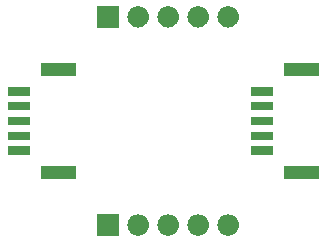
<source format=gbr>
G04 #@! TF.GenerationSoftware,KiCad,Pcbnew,5.0.1-33cea8e~67~ubuntu18.04.1*
G04 #@! TF.CreationDate,2018-12-04T13:55:11-08:00*
G04 #@! TF.ProjectId,snooping-board,736E6F6F70696E672D626F6172642E6B,rev?*
G04 #@! TF.SameCoordinates,Original*
G04 #@! TF.FileFunction,Soldermask,Top*
G04 #@! TF.FilePolarity,Negative*
%FSLAX46Y46*%
G04 Gerber Fmt 4.6, Leading zero omitted, Abs format (unit mm)*
G04 Created by KiCad (PCBNEW 5.0.1-33cea8e~67~ubuntu18.04.1) date Tue 04 Dec 2018 01:55:11 PM PST*
%MOMM*%
%LPD*%
G01*
G04 APERTURE LIST*
%ADD10C,0.100000*%
G04 APERTURE END LIST*
D10*
G36*
X149970443Y-105705519D02*
X150036627Y-105712037D01*
X150149853Y-105746384D01*
X150206467Y-105763557D01*
X150345087Y-105837652D01*
X150362991Y-105847222D01*
X150398729Y-105876552D01*
X150500186Y-105959814D01*
X150583448Y-106061271D01*
X150612778Y-106097009D01*
X150612779Y-106097011D01*
X150696443Y-106253533D01*
X150696443Y-106253534D01*
X150747963Y-106423373D01*
X150765359Y-106600000D01*
X150747963Y-106776627D01*
X150713616Y-106889853D01*
X150696443Y-106946467D01*
X150622348Y-107085087D01*
X150612778Y-107102991D01*
X150583448Y-107138729D01*
X150500186Y-107240186D01*
X150398729Y-107323448D01*
X150362991Y-107352778D01*
X150362989Y-107352779D01*
X150206467Y-107436443D01*
X150149853Y-107453616D01*
X150036627Y-107487963D01*
X149970442Y-107494482D01*
X149904260Y-107501000D01*
X149815740Y-107501000D01*
X149749558Y-107494482D01*
X149683373Y-107487963D01*
X149570147Y-107453616D01*
X149513533Y-107436443D01*
X149357011Y-107352779D01*
X149357009Y-107352778D01*
X149321271Y-107323448D01*
X149219814Y-107240186D01*
X149136552Y-107138729D01*
X149107222Y-107102991D01*
X149097652Y-107085087D01*
X149023557Y-106946467D01*
X149006384Y-106889853D01*
X148972037Y-106776627D01*
X148954641Y-106600000D01*
X148972037Y-106423373D01*
X149023557Y-106253534D01*
X149023557Y-106253533D01*
X149107221Y-106097011D01*
X149107222Y-106097009D01*
X149136552Y-106061271D01*
X149219814Y-105959814D01*
X149321271Y-105876552D01*
X149357009Y-105847222D01*
X149374913Y-105837652D01*
X149513533Y-105763557D01*
X149570147Y-105746384D01*
X149683373Y-105712037D01*
X149749557Y-105705519D01*
X149815740Y-105699000D01*
X149904260Y-105699000D01*
X149970443Y-105705519D01*
X149970443Y-105705519D01*
G37*
G36*
X140601000Y-107501000D02*
X138799000Y-107501000D01*
X138799000Y-105699000D01*
X140601000Y-105699000D01*
X140601000Y-107501000D01*
X140601000Y-107501000D01*
G37*
G36*
X142350443Y-105705519D02*
X142416627Y-105712037D01*
X142529853Y-105746384D01*
X142586467Y-105763557D01*
X142725087Y-105837652D01*
X142742991Y-105847222D01*
X142778729Y-105876552D01*
X142880186Y-105959814D01*
X142963448Y-106061271D01*
X142992778Y-106097009D01*
X142992779Y-106097011D01*
X143076443Y-106253533D01*
X143076443Y-106253534D01*
X143127963Y-106423373D01*
X143145359Y-106600000D01*
X143127963Y-106776627D01*
X143093616Y-106889853D01*
X143076443Y-106946467D01*
X143002348Y-107085087D01*
X142992778Y-107102991D01*
X142963448Y-107138729D01*
X142880186Y-107240186D01*
X142778729Y-107323448D01*
X142742991Y-107352778D01*
X142742989Y-107352779D01*
X142586467Y-107436443D01*
X142529853Y-107453616D01*
X142416627Y-107487963D01*
X142350442Y-107494482D01*
X142284260Y-107501000D01*
X142195740Y-107501000D01*
X142129558Y-107494482D01*
X142063373Y-107487963D01*
X141950147Y-107453616D01*
X141893533Y-107436443D01*
X141737011Y-107352779D01*
X141737009Y-107352778D01*
X141701271Y-107323448D01*
X141599814Y-107240186D01*
X141516552Y-107138729D01*
X141487222Y-107102991D01*
X141477652Y-107085087D01*
X141403557Y-106946467D01*
X141386384Y-106889853D01*
X141352037Y-106776627D01*
X141334641Y-106600000D01*
X141352037Y-106423373D01*
X141403557Y-106253534D01*
X141403557Y-106253533D01*
X141487221Y-106097011D01*
X141487222Y-106097009D01*
X141516552Y-106061271D01*
X141599814Y-105959814D01*
X141701271Y-105876552D01*
X141737009Y-105847222D01*
X141754913Y-105837652D01*
X141893533Y-105763557D01*
X141950147Y-105746384D01*
X142063373Y-105712037D01*
X142129557Y-105705519D01*
X142195740Y-105699000D01*
X142284260Y-105699000D01*
X142350443Y-105705519D01*
X142350443Y-105705519D01*
G37*
G36*
X144890443Y-105705519D02*
X144956627Y-105712037D01*
X145069853Y-105746384D01*
X145126467Y-105763557D01*
X145265087Y-105837652D01*
X145282991Y-105847222D01*
X145318729Y-105876552D01*
X145420186Y-105959814D01*
X145503448Y-106061271D01*
X145532778Y-106097009D01*
X145532779Y-106097011D01*
X145616443Y-106253533D01*
X145616443Y-106253534D01*
X145667963Y-106423373D01*
X145685359Y-106600000D01*
X145667963Y-106776627D01*
X145633616Y-106889853D01*
X145616443Y-106946467D01*
X145542348Y-107085087D01*
X145532778Y-107102991D01*
X145503448Y-107138729D01*
X145420186Y-107240186D01*
X145318729Y-107323448D01*
X145282991Y-107352778D01*
X145282989Y-107352779D01*
X145126467Y-107436443D01*
X145069853Y-107453616D01*
X144956627Y-107487963D01*
X144890442Y-107494482D01*
X144824260Y-107501000D01*
X144735740Y-107501000D01*
X144669558Y-107494482D01*
X144603373Y-107487963D01*
X144490147Y-107453616D01*
X144433533Y-107436443D01*
X144277011Y-107352779D01*
X144277009Y-107352778D01*
X144241271Y-107323448D01*
X144139814Y-107240186D01*
X144056552Y-107138729D01*
X144027222Y-107102991D01*
X144017652Y-107085087D01*
X143943557Y-106946467D01*
X143926384Y-106889853D01*
X143892037Y-106776627D01*
X143874641Y-106600000D01*
X143892037Y-106423373D01*
X143943557Y-106253534D01*
X143943557Y-106253533D01*
X144027221Y-106097011D01*
X144027222Y-106097009D01*
X144056552Y-106061271D01*
X144139814Y-105959814D01*
X144241271Y-105876552D01*
X144277009Y-105847222D01*
X144294913Y-105837652D01*
X144433533Y-105763557D01*
X144490147Y-105746384D01*
X144603373Y-105712037D01*
X144669557Y-105705519D01*
X144735740Y-105699000D01*
X144824260Y-105699000D01*
X144890443Y-105705519D01*
X144890443Y-105705519D01*
G37*
G36*
X147430443Y-105705519D02*
X147496627Y-105712037D01*
X147609853Y-105746384D01*
X147666467Y-105763557D01*
X147805087Y-105837652D01*
X147822991Y-105847222D01*
X147858729Y-105876552D01*
X147960186Y-105959814D01*
X148043448Y-106061271D01*
X148072778Y-106097009D01*
X148072779Y-106097011D01*
X148156443Y-106253533D01*
X148156443Y-106253534D01*
X148207963Y-106423373D01*
X148225359Y-106600000D01*
X148207963Y-106776627D01*
X148173616Y-106889853D01*
X148156443Y-106946467D01*
X148082348Y-107085087D01*
X148072778Y-107102991D01*
X148043448Y-107138729D01*
X147960186Y-107240186D01*
X147858729Y-107323448D01*
X147822991Y-107352778D01*
X147822989Y-107352779D01*
X147666467Y-107436443D01*
X147609853Y-107453616D01*
X147496627Y-107487963D01*
X147430442Y-107494482D01*
X147364260Y-107501000D01*
X147275740Y-107501000D01*
X147209558Y-107494482D01*
X147143373Y-107487963D01*
X147030147Y-107453616D01*
X146973533Y-107436443D01*
X146817011Y-107352779D01*
X146817009Y-107352778D01*
X146781271Y-107323448D01*
X146679814Y-107240186D01*
X146596552Y-107138729D01*
X146567222Y-107102991D01*
X146557652Y-107085087D01*
X146483557Y-106946467D01*
X146466384Y-106889853D01*
X146432037Y-106776627D01*
X146414641Y-106600000D01*
X146432037Y-106423373D01*
X146483557Y-106253534D01*
X146483557Y-106253533D01*
X146567221Y-106097011D01*
X146567222Y-106097009D01*
X146596552Y-106061271D01*
X146679814Y-105959814D01*
X146781271Y-105876552D01*
X146817009Y-105847222D01*
X146834913Y-105837652D01*
X146973533Y-105763557D01*
X147030147Y-105746384D01*
X147143373Y-105712037D01*
X147209557Y-105705519D01*
X147275740Y-105699000D01*
X147364260Y-105699000D01*
X147430443Y-105705519D01*
X147430443Y-105705519D01*
G37*
G36*
X157537000Y-102691000D02*
X154635000Y-102691000D01*
X154635000Y-101589000D01*
X157537000Y-101589000D01*
X157537000Y-102691000D01*
X157537000Y-102691000D01*
G37*
G36*
X136963000Y-102691000D02*
X134061000Y-102691000D01*
X134061000Y-101589000D01*
X136963000Y-101589000D01*
X136963000Y-102691000D01*
X136963000Y-102691000D01*
G37*
G36*
X153637000Y-100641000D02*
X151835000Y-100641000D01*
X151835000Y-99939000D01*
X153637000Y-99939000D01*
X153637000Y-100641000D01*
X153637000Y-100641000D01*
G37*
G36*
X133063000Y-100641000D02*
X131261000Y-100641000D01*
X131261000Y-99939000D01*
X133063000Y-99939000D01*
X133063000Y-100641000D01*
X133063000Y-100641000D01*
G37*
G36*
X153637000Y-99391000D02*
X151835000Y-99391000D01*
X151835000Y-98689000D01*
X153637000Y-98689000D01*
X153637000Y-99391000D01*
X153637000Y-99391000D01*
G37*
G36*
X133063000Y-99391000D02*
X131261000Y-99391000D01*
X131261000Y-98689000D01*
X133063000Y-98689000D01*
X133063000Y-99391000D01*
X133063000Y-99391000D01*
G37*
G36*
X133063000Y-98141000D02*
X131261000Y-98141000D01*
X131261000Y-97439000D01*
X133063000Y-97439000D01*
X133063000Y-98141000D01*
X133063000Y-98141000D01*
G37*
G36*
X153637000Y-98141000D02*
X151835000Y-98141000D01*
X151835000Y-97439000D01*
X153637000Y-97439000D01*
X153637000Y-98141000D01*
X153637000Y-98141000D01*
G37*
G36*
X153637000Y-96891000D02*
X151835000Y-96891000D01*
X151835000Y-96189000D01*
X153637000Y-96189000D01*
X153637000Y-96891000D01*
X153637000Y-96891000D01*
G37*
G36*
X133063000Y-96891000D02*
X131261000Y-96891000D01*
X131261000Y-96189000D01*
X133063000Y-96189000D01*
X133063000Y-96891000D01*
X133063000Y-96891000D01*
G37*
G36*
X153637000Y-95641000D02*
X151835000Y-95641000D01*
X151835000Y-94939000D01*
X153637000Y-94939000D01*
X153637000Y-95641000D01*
X153637000Y-95641000D01*
G37*
G36*
X133063000Y-95641000D02*
X131261000Y-95641000D01*
X131261000Y-94939000D01*
X133063000Y-94939000D01*
X133063000Y-95641000D01*
X133063000Y-95641000D01*
G37*
G36*
X157537000Y-93991000D02*
X154635000Y-93991000D01*
X154635000Y-92889000D01*
X157537000Y-92889000D01*
X157537000Y-93991000D01*
X157537000Y-93991000D01*
G37*
G36*
X136963000Y-93991000D02*
X134061000Y-93991000D01*
X134061000Y-92889000D01*
X136963000Y-92889000D01*
X136963000Y-93991000D01*
X136963000Y-93991000D01*
G37*
G36*
X140601000Y-89881000D02*
X138799000Y-89881000D01*
X138799000Y-88079000D01*
X140601000Y-88079000D01*
X140601000Y-89881000D01*
X140601000Y-89881000D01*
G37*
G36*
X142350443Y-88085519D02*
X142416627Y-88092037D01*
X142529853Y-88126384D01*
X142586467Y-88143557D01*
X142725087Y-88217652D01*
X142742991Y-88227222D01*
X142778729Y-88256552D01*
X142880186Y-88339814D01*
X142963448Y-88441271D01*
X142992778Y-88477009D01*
X142992779Y-88477011D01*
X143076443Y-88633533D01*
X143076443Y-88633534D01*
X143127963Y-88803373D01*
X143145359Y-88980000D01*
X143127963Y-89156627D01*
X143093616Y-89269853D01*
X143076443Y-89326467D01*
X143002348Y-89465087D01*
X142992778Y-89482991D01*
X142963448Y-89518729D01*
X142880186Y-89620186D01*
X142778729Y-89703448D01*
X142742991Y-89732778D01*
X142742989Y-89732779D01*
X142586467Y-89816443D01*
X142529853Y-89833616D01*
X142416627Y-89867963D01*
X142350443Y-89874481D01*
X142284260Y-89881000D01*
X142195740Y-89881000D01*
X142129557Y-89874481D01*
X142063373Y-89867963D01*
X141950147Y-89833616D01*
X141893533Y-89816443D01*
X141737011Y-89732779D01*
X141737009Y-89732778D01*
X141701271Y-89703448D01*
X141599814Y-89620186D01*
X141516552Y-89518729D01*
X141487222Y-89482991D01*
X141477652Y-89465087D01*
X141403557Y-89326467D01*
X141386384Y-89269853D01*
X141352037Y-89156627D01*
X141334641Y-88980000D01*
X141352037Y-88803373D01*
X141403557Y-88633534D01*
X141403557Y-88633533D01*
X141487221Y-88477011D01*
X141487222Y-88477009D01*
X141516552Y-88441271D01*
X141599814Y-88339814D01*
X141701271Y-88256552D01*
X141737009Y-88227222D01*
X141754913Y-88217652D01*
X141893533Y-88143557D01*
X141950147Y-88126384D01*
X142063373Y-88092037D01*
X142129557Y-88085519D01*
X142195740Y-88079000D01*
X142284260Y-88079000D01*
X142350443Y-88085519D01*
X142350443Y-88085519D01*
G37*
G36*
X144890443Y-88085519D02*
X144956627Y-88092037D01*
X145069853Y-88126384D01*
X145126467Y-88143557D01*
X145265087Y-88217652D01*
X145282991Y-88227222D01*
X145318729Y-88256552D01*
X145420186Y-88339814D01*
X145503448Y-88441271D01*
X145532778Y-88477009D01*
X145532779Y-88477011D01*
X145616443Y-88633533D01*
X145616443Y-88633534D01*
X145667963Y-88803373D01*
X145685359Y-88980000D01*
X145667963Y-89156627D01*
X145633616Y-89269853D01*
X145616443Y-89326467D01*
X145542348Y-89465087D01*
X145532778Y-89482991D01*
X145503448Y-89518729D01*
X145420186Y-89620186D01*
X145318729Y-89703448D01*
X145282991Y-89732778D01*
X145282989Y-89732779D01*
X145126467Y-89816443D01*
X145069853Y-89833616D01*
X144956627Y-89867963D01*
X144890443Y-89874481D01*
X144824260Y-89881000D01*
X144735740Y-89881000D01*
X144669557Y-89874481D01*
X144603373Y-89867963D01*
X144490147Y-89833616D01*
X144433533Y-89816443D01*
X144277011Y-89732779D01*
X144277009Y-89732778D01*
X144241271Y-89703448D01*
X144139814Y-89620186D01*
X144056552Y-89518729D01*
X144027222Y-89482991D01*
X144017652Y-89465087D01*
X143943557Y-89326467D01*
X143926384Y-89269853D01*
X143892037Y-89156627D01*
X143874641Y-88980000D01*
X143892037Y-88803373D01*
X143943557Y-88633534D01*
X143943557Y-88633533D01*
X144027221Y-88477011D01*
X144027222Y-88477009D01*
X144056552Y-88441271D01*
X144139814Y-88339814D01*
X144241271Y-88256552D01*
X144277009Y-88227222D01*
X144294913Y-88217652D01*
X144433533Y-88143557D01*
X144490147Y-88126384D01*
X144603373Y-88092037D01*
X144669557Y-88085519D01*
X144735740Y-88079000D01*
X144824260Y-88079000D01*
X144890443Y-88085519D01*
X144890443Y-88085519D01*
G37*
G36*
X147430443Y-88085519D02*
X147496627Y-88092037D01*
X147609853Y-88126384D01*
X147666467Y-88143557D01*
X147805087Y-88217652D01*
X147822991Y-88227222D01*
X147858729Y-88256552D01*
X147960186Y-88339814D01*
X148043448Y-88441271D01*
X148072778Y-88477009D01*
X148072779Y-88477011D01*
X148156443Y-88633533D01*
X148156443Y-88633534D01*
X148207963Y-88803373D01*
X148225359Y-88980000D01*
X148207963Y-89156627D01*
X148173616Y-89269853D01*
X148156443Y-89326467D01*
X148082348Y-89465087D01*
X148072778Y-89482991D01*
X148043448Y-89518729D01*
X147960186Y-89620186D01*
X147858729Y-89703448D01*
X147822991Y-89732778D01*
X147822989Y-89732779D01*
X147666467Y-89816443D01*
X147609853Y-89833616D01*
X147496627Y-89867963D01*
X147430443Y-89874481D01*
X147364260Y-89881000D01*
X147275740Y-89881000D01*
X147209557Y-89874481D01*
X147143373Y-89867963D01*
X147030147Y-89833616D01*
X146973533Y-89816443D01*
X146817011Y-89732779D01*
X146817009Y-89732778D01*
X146781271Y-89703448D01*
X146679814Y-89620186D01*
X146596552Y-89518729D01*
X146567222Y-89482991D01*
X146557652Y-89465087D01*
X146483557Y-89326467D01*
X146466384Y-89269853D01*
X146432037Y-89156627D01*
X146414641Y-88980000D01*
X146432037Y-88803373D01*
X146483557Y-88633534D01*
X146483557Y-88633533D01*
X146567221Y-88477011D01*
X146567222Y-88477009D01*
X146596552Y-88441271D01*
X146679814Y-88339814D01*
X146781271Y-88256552D01*
X146817009Y-88227222D01*
X146834913Y-88217652D01*
X146973533Y-88143557D01*
X147030147Y-88126384D01*
X147143373Y-88092037D01*
X147209557Y-88085519D01*
X147275740Y-88079000D01*
X147364260Y-88079000D01*
X147430443Y-88085519D01*
X147430443Y-88085519D01*
G37*
G36*
X149970443Y-88085519D02*
X150036627Y-88092037D01*
X150149853Y-88126384D01*
X150206467Y-88143557D01*
X150345087Y-88217652D01*
X150362991Y-88227222D01*
X150398729Y-88256552D01*
X150500186Y-88339814D01*
X150583448Y-88441271D01*
X150612778Y-88477009D01*
X150612779Y-88477011D01*
X150696443Y-88633533D01*
X150696443Y-88633534D01*
X150747963Y-88803373D01*
X150765359Y-88980000D01*
X150747963Y-89156627D01*
X150713616Y-89269853D01*
X150696443Y-89326467D01*
X150622348Y-89465087D01*
X150612778Y-89482991D01*
X150583448Y-89518729D01*
X150500186Y-89620186D01*
X150398729Y-89703448D01*
X150362991Y-89732778D01*
X150362989Y-89732779D01*
X150206467Y-89816443D01*
X150149853Y-89833616D01*
X150036627Y-89867963D01*
X149970443Y-89874481D01*
X149904260Y-89881000D01*
X149815740Y-89881000D01*
X149749557Y-89874481D01*
X149683373Y-89867963D01*
X149570147Y-89833616D01*
X149513533Y-89816443D01*
X149357011Y-89732779D01*
X149357009Y-89732778D01*
X149321271Y-89703448D01*
X149219814Y-89620186D01*
X149136552Y-89518729D01*
X149107222Y-89482991D01*
X149097652Y-89465087D01*
X149023557Y-89326467D01*
X149006384Y-89269853D01*
X148972037Y-89156627D01*
X148954641Y-88980000D01*
X148972037Y-88803373D01*
X149023557Y-88633534D01*
X149023557Y-88633533D01*
X149107221Y-88477011D01*
X149107222Y-88477009D01*
X149136552Y-88441271D01*
X149219814Y-88339814D01*
X149321271Y-88256552D01*
X149357009Y-88227222D01*
X149374913Y-88217652D01*
X149513533Y-88143557D01*
X149570147Y-88126384D01*
X149683373Y-88092037D01*
X149749557Y-88085519D01*
X149815740Y-88079000D01*
X149904260Y-88079000D01*
X149970443Y-88085519D01*
X149970443Y-88085519D01*
G37*
M02*

</source>
